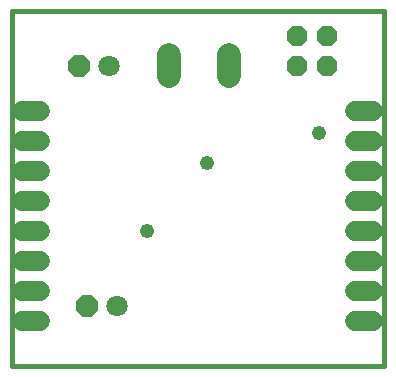
<source format=gbs>
G75*
%MOIN*%
%OFA0B0*%
%FSLAX25Y25*%
%IPPOS*%
%LPD*%
%AMOC8*
5,1,8,0,0,1.08239X$1,22.5*
%
%ADD10C,0.01600*%
%ADD11C,0.06800*%
%ADD12OC8,0.07100*%
%ADD13C,0.07100*%
%ADD14C,0.07850*%
%ADD15OC8,0.06800*%
%ADD16C,0.04762*%
D10*
X0008250Y0001800D02*
X0008250Y0119910D01*
X0132266Y0119910D01*
X0132266Y0001800D01*
X0008250Y0001800D01*
D11*
X0011500Y0016800D02*
X0017500Y0016800D01*
X0017500Y0026800D02*
X0011500Y0026800D01*
X0011500Y0036800D02*
X0017500Y0036800D01*
X0017500Y0046800D02*
X0011500Y0046800D01*
X0011500Y0056800D02*
X0017500Y0056800D01*
X0017500Y0066800D02*
X0011500Y0066800D01*
X0011500Y0076800D02*
X0017500Y0076800D01*
X0017500Y0086800D02*
X0011500Y0086800D01*
X0122750Y0086800D02*
X0128750Y0086800D01*
X0128750Y0076800D02*
X0122750Y0076800D01*
X0122750Y0066800D02*
X0128750Y0066800D01*
X0128750Y0056800D02*
X0122750Y0056800D01*
X0122750Y0046800D02*
X0128750Y0046800D01*
X0128750Y0036800D02*
X0122750Y0036800D01*
X0122750Y0026800D02*
X0128750Y0026800D01*
X0128750Y0016800D02*
X0122750Y0016800D01*
D12*
X0033250Y0021800D03*
X0030750Y0101800D03*
D13*
X0040750Y0101800D03*
X0043250Y0021800D03*
D14*
X0060750Y0098275D02*
X0060750Y0105325D01*
X0080750Y0105325D02*
X0080750Y0098275D01*
D15*
X0103250Y0101800D03*
X0113250Y0101800D03*
X0113250Y0111800D03*
X0103250Y0111800D03*
D16*
X0110750Y0079300D03*
X0073250Y0069300D03*
X0053250Y0046800D03*
M02*

</source>
